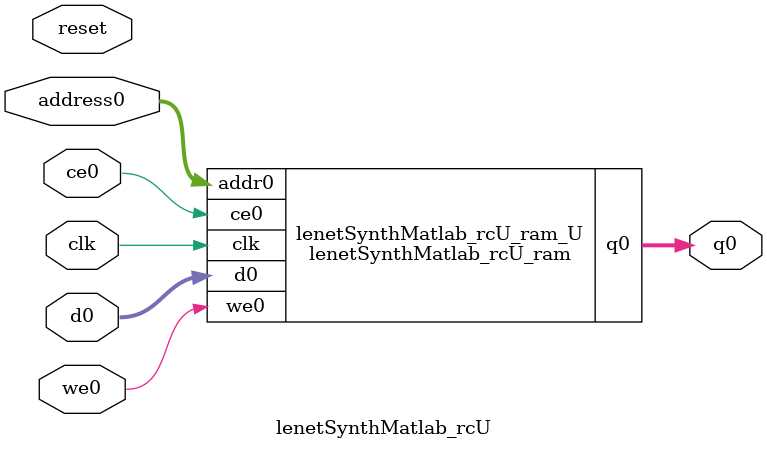
<source format=v>

`timescale 1 ns / 1 ps
module lenetSynthMatlab_rcU_ram (addr0, ce0, d0, we0, q0,  clk);

parameter DWIDTH = 32;
parameter AWIDTH = 9;
parameter MEM_SIZE = 400;

input[AWIDTH-1:0] addr0;
input ce0;
input[DWIDTH-1:0] d0;
input we0;
output reg[DWIDTH-1:0] q0;
input clk;

(* ram_style = "block" *)reg [DWIDTH-1:0] ram[0:MEM_SIZE-1];




always @(posedge clk)  
begin 
    if (ce0) 
    begin
        if (we0) 
        begin 
            ram[addr0] <= d0; 
            q0 <= d0;
        end 
        else 
            q0 <= ram[addr0];
    end
end


endmodule


`timescale 1 ns / 1 ps
module lenetSynthMatlab_rcU(
    reset,
    clk,
    address0,
    ce0,
    we0,
    d0,
    q0);

parameter DataWidth = 32'd32;
parameter AddressRange = 32'd400;
parameter AddressWidth = 32'd9;
input reset;
input clk;
input[AddressWidth - 1:0] address0;
input ce0;
input we0;
input[DataWidth - 1:0] d0;
output[DataWidth - 1:0] q0;



lenetSynthMatlab_rcU_ram lenetSynthMatlab_rcU_ram_U(
    .clk( clk ),
    .addr0( address0 ),
    .ce0( ce0 ),
    .we0( we0 ),
    .d0( d0 ),
    .q0( q0 ));

endmodule


</source>
